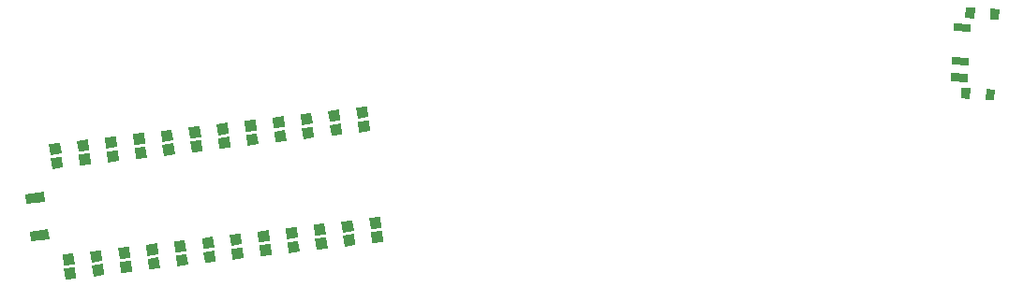
<source format=gbp>
G04 #@! TF.GenerationSoftware,KiCad,Pcbnew,5.1.10*
G04 #@! TF.CreationDate,2021-11-21T00:27:54-06:00*
G04 #@! TF.ProjectId,a_quax_quax,615f7175-6178-45f7-9175-61782e6b6963,VERSION_HERE*
G04 #@! TF.SameCoordinates,Original*
G04 #@! TF.FileFunction,Paste,Bot*
G04 #@! TF.FilePolarity,Positive*
%FSLAX46Y46*%
G04 Gerber Fmt 4.6, Leading zero omitted, Abs format (unit mm)*
G04 Created by KiCad (PCBNEW 5.1.10) date 2021-11-21 00:27:54*
%MOMM*%
%LPD*%
G01*
G04 APERTURE LIST*
%ADD10C,0.100000*%
G04 APERTURE END LIST*
D10*
G04 #@! TO.C,C1*
G36*
X203108086Y-146599751D02*
G01*
X202115120Y-146718155D01*
X201996716Y-145725189D01*
X202989682Y-145606785D01*
X203108086Y-146599751D01*
G37*
G36*
X201763017Y-135319663D02*
G01*
X200770051Y-135438067D01*
X200651647Y-134445101D01*
X201644613Y-134326697D01*
X201763017Y-135319663D01*
G37*
G36*
X190347051Y-146842415D02*
G01*
X189354085Y-146960819D01*
X189235681Y-145967853D01*
X190228647Y-145849449D01*
X190347051Y-146842415D01*
G37*
G36*
X214524052Y-135076998D02*
G01*
X213531086Y-135195402D01*
X213412682Y-134202436D01*
X214405648Y-134084032D01*
X214524052Y-135076998D01*
G37*
G36*
X218240881Y-144795274D02*
G01*
X217247915Y-144913678D01*
X217129511Y-143920712D01*
X218122477Y-143802308D01*
X218240881Y-144795274D01*
G37*
G36*
X205630219Y-146299005D02*
G01*
X204637253Y-146417409D01*
X204518849Y-145424443D01*
X205511815Y-145306039D01*
X205630219Y-146299005D01*
G37*
G36*
X197913449Y-145940177D02*
G01*
X196920483Y-146058581D01*
X196802079Y-145065615D01*
X197795045Y-144947211D01*
X197913449Y-145940177D01*
G37*
G36*
X196718753Y-135921155D02*
G01*
X195725787Y-136039559D01*
X195607383Y-135046593D01*
X196600349Y-134928189D01*
X196718753Y-135921155D01*
G37*
G36*
X209329415Y-134417424D02*
G01*
X208336449Y-134535828D01*
X208218045Y-133542862D01*
X209211011Y-133424458D01*
X209329415Y-134417424D01*
G37*
G36*
X216895812Y-133515186D02*
G01*
X215902846Y-133633590D01*
X215784442Y-132640624D01*
X216777408Y-132522220D01*
X216895812Y-133515186D01*
G37*
G36*
X199391258Y-136881475D02*
G01*
X198398292Y-136999879D01*
X198279888Y-136006913D01*
X199272854Y-135888509D01*
X199391258Y-136881475D01*
G37*
G36*
X215568375Y-143834954D02*
G01*
X214575409Y-143953358D01*
X214457005Y-142960392D01*
X215449971Y-142841988D01*
X215568375Y-143834954D01*
G37*
G36*
X199240885Y-135620409D02*
G01*
X198247919Y-135738813D01*
X198129515Y-134745847D01*
X199122481Y-134627443D01*
X199240885Y-135620409D01*
G37*
G36*
X198063822Y-147201243D02*
G01*
X197070856Y-147319647D01*
X196952452Y-146326681D01*
X197945418Y-146208277D01*
X198063822Y-147201243D01*
G37*
G36*
X195541689Y-147501989D02*
G01*
X194548723Y-147620393D01*
X194430319Y-146627427D01*
X195423285Y-146509023D01*
X195541689Y-147501989D01*
G37*
G36*
X191674488Y-136522647D02*
G01*
X190681522Y-136641051D01*
X190563118Y-135648085D01*
X191556084Y-135529681D01*
X191674488Y-136522647D01*
G37*
G36*
X192869184Y-146541669D02*
G01*
X191876218Y-146660073D01*
X191757814Y-145667107D01*
X192750780Y-145548703D01*
X192869184Y-146541669D01*
G37*
G36*
X194196620Y-136221901D02*
G01*
X193203654Y-136340305D01*
X193085250Y-135347339D01*
X194078216Y-135228935D01*
X194196620Y-136221901D01*
G37*
G36*
X204285150Y-135018917D02*
G01*
X203292184Y-135137321D01*
X203173780Y-134144355D01*
X204166746Y-134025951D01*
X204285150Y-135018917D01*
G37*
G36*
X211851547Y-134116678D02*
G01*
X210858581Y-134235082D01*
X210740177Y-133242116D01*
X211733143Y-133123712D01*
X211851547Y-134116678D01*
G37*
G36*
X205479846Y-145037939D02*
G01*
X204486880Y-145156343D01*
X204368476Y-144163377D01*
X205361442Y-144044973D01*
X205479846Y-145037939D01*
G37*
G36*
X196869126Y-137182221D02*
G01*
X195876160Y-137300625D01*
X195757756Y-136307659D01*
X196750722Y-136189255D01*
X196869126Y-137182221D01*
G37*
G36*
X213196616Y-145396766D02*
G01*
X212203650Y-145515170D01*
X212085246Y-144522204D01*
X213078212Y-144403800D01*
X213196616Y-145396766D01*
G37*
G36*
X217046185Y-134776252D02*
G01*
X216053219Y-134894656D01*
X215934815Y-133901690D01*
X216927781Y-133783286D01*
X217046185Y-134776252D01*
G37*
G36*
X201913390Y-136580729D02*
G01*
X200920424Y-136699133D01*
X200802020Y-135706167D01*
X201794986Y-135587763D01*
X201913390Y-136580729D01*
G37*
G36*
X206957655Y-135979237D02*
G01*
X205964689Y-136097641D01*
X205846285Y-135104675D01*
X206839251Y-134986271D01*
X206957655Y-135979237D01*
G37*
G36*
X206807282Y-134718170D02*
G01*
X205814316Y-134836574D01*
X205695912Y-133843608D01*
X206688878Y-133725204D01*
X206807282Y-134718170D01*
G37*
G36*
X213046243Y-144135700D02*
G01*
X212053277Y-144254104D01*
X211934873Y-143261138D01*
X212927839Y-143142734D01*
X213046243Y-144135700D01*
G37*
G36*
X189152355Y-136823393D02*
G01*
X188159389Y-136941797D01*
X188040985Y-135948831D01*
X189033951Y-135830427D01*
X189152355Y-136823393D01*
G37*
G36*
X209479788Y-135678491D02*
G01*
X208486822Y-135796895D01*
X208368418Y-134803929D01*
X209361384Y-134685525D01*
X209479788Y-135678491D01*
G37*
G36*
X204435523Y-136279983D02*
G01*
X203442557Y-136398387D01*
X203324153Y-135405421D01*
X204317119Y-135287017D01*
X204435523Y-136279983D01*
G37*
G36*
X189302728Y-138084459D02*
G01*
X188309762Y-138202863D01*
X188191358Y-137209897D01*
X189184324Y-137091493D01*
X189302728Y-138084459D01*
G37*
G36*
X218090508Y-143534208D02*
G01*
X217097542Y-143652612D01*
X216979138Y-142659646D01*
X217972104Y-142541242D01*
X218090508Y-143534208D01*
G37*
G36*
X200585954Y-146900497D02*
G01*
X199592988Y-147018901D01*
X199474584Y-146025935D01*
X200467550Y-145907531D01*
X200585954Y-146900497D01*
G37*
G36*
X194346993Y-137482967D02*
G01*
X193354027Y-137601371D01*
X193235623Y-136608405D01*
X194228589Y-136490001D01*
X194346993Y-137482967D01*
G37*
G36*
X212001920Y-135377744D02*
G01*
X211008954Y-135496148D01*
X210890550Y-134503182D01*
X211883516Y-134384778D01*
X212001920Y-135377744D01*
G37*
G36*
X210524111Y-144436446D02*
G01*
X209531145Y-144554850D01*
X209412741Y-143561884D01*
X210405707Y-143443480D01*
X210524111Y-144436446D01*
G37*
G36*
X193019557Y-147802735D02*
G01*
X192026591Y-147921139D01*
X191908187Y-146928173D01*
X192901153Y-146809769D01*
X193019557Y-147802735D01*
G37*
G36*
X190497425Y-148103481D02*
G01*
X189504459Y-148221885D01*
X189386055Y-147228919D01*
X190379021Y-147110515D01*
X190497425Y-148103481D01*
G37*
G36*
X202957713Y-145338685D02*
G01*
X201964747Y-145457089D01*
X201846343Y-144464123D01*
X202839309Y-144345719D01*
X202957713Y-145338685D01*
G37*
G36*
X191824861Y-137783713D02*
G01*
X190831895Y-137902117D01*
X190713491Y-136909151D01*
X191706457Y-136790747D01*
X191824861Y-137783713D01*
G37*
G36*
X215718748Y-145096020D02*
G01*
X214725782Y-145214424D01*
X214607378Y-144221458D01*
X215600344Y-144103054D01*
X215718748Y-145096020D01*
G37*
G36*
X208001978Y-144737192D02*
G01*
X207009012Y-144855596D01*
X206890608Y-143862630D01*
X207883574Y-143744226D01*
X208001978Y-144737192D01*
G37*
G36*
X210674484Y-145697513D02*
G01*
X209681518Y-145815917D01*
X209563114Y-144822951D01*
X210556080Y-144704547D01*
X210674484Y-145697513D01*
G37*
G36*
X208152351Y-145998259D02*
G01*
X207159385Y-146116663D01*
X207040981Y-145123697D01*
X208033947Y-145005293D01*
X208152351Y-145998259D01*
G37*
G36*
X195391316Y-146240923D02*
G01*
X194398350Y-146359327D01*
X194279946Y-145366361D01*
X195272912Y-145247957D01*
X195391316Y-146240923D01*
G37*
G36*
X200435581Y-145639431D02*
G01*
X199442615Y-145757835D01*
X199324211Y-144764869D01*
X200317177Y-144646465D01*
X200435581Y-145639431D01*
G37*
G36*
X214373679Y-133815932D02*
G01*
X213380713Y-133934336D01*
X213262309Y-132941370D01*
X214255275Y-132822966D01*
X214373679Y-133815932D01*
G37*
G04 #@! TD*
G04 #@! TO.C,RST*
G36*
X186267816Y-143870850D02*
G01*
X187955144Y-143663672D01*
X188064826Y-144556964D01*
X186377498Y-144764142D01*
X186267816Y-143870850D01*
G37*
G36*
X185853460Y-140496194D02*
G01*
X187540788Y-140289016D01*
X187650470Y-141182308D01*
X185963142Y-141389486D01*
X185853460Y-140496194D01*
G37*
G04 #@! TD*
G04 #@! TO.C,REF\u002A\u002A*
G36*
X270899987Y-123542889D02*
G01*
X271698816Y-123586152D01*
X271644737Y-124584689D01*
X270845908Y-124541426D01*
X270899987Y-123542889D01*
G37*
G36*
X270505212Y-130832206D02*
G01*
X271304041Y-130875469D01*
X271249962Y-131874006D01*
X270451133Y-131830743D01*
X270505212Y-130832206D01*
G37*
G36*
X272711978Y-130951721D02*
G01*
X273510807Y-130994984D01*
X273456728Y-131993521D01*
X272657899Y-131950258D01*
X272711978Y-130951721D01*
G37*
G36*
X273106753Y-123662403D02*
G01*
X273905582Y-123705666D01*
X273851503Y-124704203D01*
X273052674Y-124660940D01*
X273106753Y-123662403D01*
G37*
G36*
X269574273Y-129529957D02*
G01*
X271072078Y-129611075D01*
X271034223Y-130310051D01*
X269536418Y-130228933D01*
X269574273Y-129529957D01*
G37*
G36*
X269655391Y-128032152D02*
G01*
X271153196Y-128113270D01*
X271115341Y-128812246D01*
X269617536Y-128731128D01*
X269655391Y-128032152D01*
G37*
G36*
X269817628Y-125036542D02*
G01*
X271315433Y-125117660D01*
X271277578Y-125816636D01*
X269779773Y-125735518D01*
X269817628Y-125036542D01*
G37*
G04 #@! TD*
M02*

</source>
